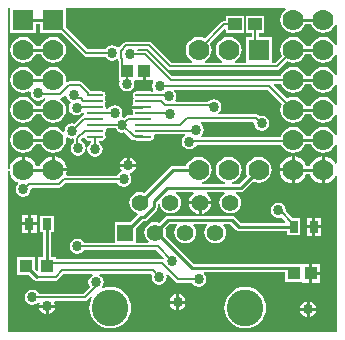
<source format=gtl>
G04*
G04 #@! TF.GenerationSoftware,Altium Limited,Altium Designer,20.1.12 (249)*
G04*
G04 Layer_Physical_Order=1*
G04 Layer_Color=255*
%FSLAX25Y25*%
%MOIN*%
G70*
G04*
G04 #@! TF.SameCoordinates,D8CEFF92-047C-410D-934D-B173C227594B*
G04*
G04*
G04 #@! TF.FilePolarity,Positive*
G04*
G01*
G75*
%ADD10C,0.01000*%
%ADD27O,0.05512X0.00984*%
%ADD28R,0.04528X0.04134*%
%ADD29R,0.02559X0.04134*%
%ADD30R,0.03937X0.04331*%
%ADD31R,0.04331X0.04331*%
%ADD32R,0.03150X0.03937*%
%ADD33C,0.00800*%
%ADD34C,0.07000*%
%ADD35R,0.07000X0.07000*%
%ADD36R,0.05512X0.05512*%
%ADD37C,0.05512*%
%ADD38C,0.12205*%
%ADD39R,0.07000X0.07000*%
%ADD40C,0.03400*%
G36*
X92998Y179000D02*
X92433Y178567D01*
X91744Y177669D01*
X91311Y176622D01*
X91163Y175500D01*
X91311Y174378D01*
X91744Y173331D01*
X92433Y172433D01*
X93331Y171744D01*
X94377Y171311D01*
X95500Y171163D01*
X96623Y171311D01*
X97669Y171744D01*
X98567Y172433D01*
X99256Y173331D01*
X99589Y174135D01*
X101411D01*
X101744Y173331D01*
X102433Y172433D01*
X103331Y171744D01*
X104377Y171311D01*
X105500Y171163D01*
X106623Y171311D01*
X107669Y171744D01*
X108567Y172433D01*
X109256Y173331D01*
X109500Y173920D01*
X110000Y173821D01*
Y167179D01*
X109500Y167080D01*
X109256Y167669D01*
X108567Y168567D01*
X107669Y169256D01*
X106623Y169689D01*
X105500Y169837D01*
X104377Y169689D01*
X103331Y169256D01*
X102433Y168567D01*
X101744Y167669D01*
X101379Y166786D01*
X99621D01*
X99256Y167669D01*
X98567Y168567D01*
X97669Y169256D01*
X96623Y169689D01*
X95500Y169837D01*
X94377Y169689D01*
X93331Y169256D01*
X92433Y168567D01*
X91744Y167669D01*
X91311Y166622D01*
X91163Y165500D01*
X91311Y164377D01*
X91702Y163432D01*
X89493Y161223D01*
X88300D01*
Y169800D01*
X84070D01*
Y171133D01*
X85910D01*
Y176867D01*
X79783D01*
Y171133D01*
X81623D01*
Y169800D01*
X79700D01*
Y161223D01*
X76219D01*
X76119Y161723D01*
X76169Y161744D01*
X77067Y162433D01*
X77756Y163331D01*
X78189Y164377D01*
X78337Y165500D01*
X78189Y166622D01*
X77756Y167669D01*
X77067Y168567D01*
X76169Y169256D01*
X75122Y169689D01*
X74000Y169837D01*
X72878Y169689D01*
X71831Y169256D01*
X70933Y168567D01*
X70244Y167669D01*
X69811Y166622D01*
X69663Y165500D01*
X69811Y164377D01*
X70244Y163331D01*
X70933Y162433D01*
X71831Y161744D01*
X71881Y161723D01*
X71781Y161223D01*
X66219D01*
X66119Y161723D01*
X66169Y161744D01*
X67067Y162433D01*
X67756Y163331D01*
X68189Y164377D01*
X68337Y165500D01*
X68189Y166622D01*
X67798Y167568D01*
X72590Y172359D01*
X73090Y172152D01*
Y171133D01*
X79217D01*
Y176867D01*
X73090D01*
Y175224D01*
X72500D01*
X72032Y175130D01*
X71635Y174865D01*
X66068Y169298D01*
X65122Y169689D01*
X64000Y169837D01*
X62878Y169689D01*
X61831Y169256D01*
X60933Y168567D01*
X60244Y167669D01*
X59811Y166622D01*
X59663Y165500D01*
X59811Y164377D01*
X60244Y163331D01*
X60933Y162433D01*
X61831Y161744D01*
X61881Y161723D01*
X61781Y161223D01*
X55007D01*
X48365Y167865D01*
X47968Y168130D01*
X47500Y168224D01*
X39899D01*
X39431Y168130D01*
X39034Y167865D01*
X37551Y166382D01*
X37002Y166302D01*
X36176Y166855D01*
X35200Y167049D01*
X34225Y166855D01*
X33398Y166302D01*
X33011Y165724D01*
X27007D01*
X19800Y172930D01*
Y179500D01*
X92828D01*
X92998Y179000D01*
D02*
G37*
G36*
X53635Y159135D02*
X54032Y158870D01*
X54500Y158776D01*
X90000D01*
X90468Y158870D01*
X90865Y159135D01*
X93432Y161702D01*
X94377Y161311D01*
X95500Y161163D01*
X96623Y161311D01*
X97669Y161744D01*
X98567Y162433D01*
X99256Y163331D01*
X99589Y164136D01*
X101411D01*
X101744Y163331D01*
X102433Y162433D01*
X103331Y161744D01*
X104377Y161311D01*
X105500Y161163D01*
X106623Y161311D01*
X107669Y161744D01*
X108567Y162433D01*
X109256Y163331D01*
X109500Y163920D01*
X110000Y163821D01*
Y157179D01*
X109500Y157080D01*
X109256Y157669D01*
X108567Y158567D01*
X107669Y159256D01*
X106623Y159689D01*
X105500Y159837D01*
X104377Y159689D01*
X103331Y159256D01*
X102433Y158567D01*
X101744Y157669D01*
X101379Y156786D01*
X99621D01*
X99256Y157669D01*
X98567Y158567D01*
X97669Y159256D01*
X96623Y159689D01*
X95500Y159837D01*
X94377Y159689D01*
X93331Y159256D01*
X92433Y158567D01*
X91744Y157669D01*
X91352Y156723D01*
X55192D01*
X47050Y164865D01*
X46654Y165130D01*
X46185Y165224D01*
X43621D01*
X43590Y165277D01*
X43873Y165777D01*
X46993D01*
X53635Y159135D01*
D02*
G37*
G36*
X1200Y171200D02*
X9800D01*
Y174174D01*
X11200D01*
Y171200D01*
X18070D01*
X25635Y163635D01*
X26032Y163370D01*
X26500Y163277D01*
X33011D01*
X33398Y162698D01*
X34225Y162145D01*
X35200Y161951D01*
X36176Y162145D01*
X36651Y162463D01*
X36970Y162331D01*
X37235Y161934D01*
X37354Y161815D01*
Y160069D01*
X37377Y159950D01*
Y155535D01*
X37377D01*
X37617Y155035D01*
X37451Y154200D01*
X37645Y153225D01*
X38198Y152398D01*
X39024Y151845D01*
X40000Y151651D01*
X40975Y151845D01*
X41802Y152398D01*
X42355Y153225D01*
X42549Y154200D01*
X42383Y155035D01*
X42457Y155163D01*
X42886Y155335D01*
X42886Y155335D01*
X42886Y155335D01*
X45354D01*
Y158500D01*
X46354D01*
Y155335D01*
X48618D01*
X48909Y154870D01*
X48645Y154475D01*
X48451Y153500D01*
X48645Y152524D01*
X48824Y152257D01*
X48634Y151729D01*
X48339Y151607D01*
X47835Y151707D01*
X43307D01*
X42803Y151607D01*
X42375Y151321D01*
X42090Y150894D01*
X41990Y150390D01*
X42090Y149886D01*
X42375Y149458D01*
Y149353D01*
X42090Y148925D01*
X41990Y148421D01*
X42090Y147917D01*
X42258Y147665D01*
X42231Y147529D01*
X41901Y147035D01*
X41885Y146953D01*
X45571D01*
Y145953D01*
X41885D01*
X41901Y145871D01*
X42231Y145377D01*
X42258Y145241D01*
X42090Y144988D01*
X41990Y144484D01*
X42038Y144239D01*
X41695Y143739D01*
X40586D01*
X40117Y143646D01*
X39720Y143381D01*
X39241Y142902D01*
X38622Y143025D01*
X38329Y143486D01*
X38355Y143525D01*
X38549Y144500D01*
X38355Y145475D01*
X37802Y146302D01*
X36975Y146855D01*
X36000Y147049D01*
X35024Y146855D01*
X34198Y146302D01*
X33800Y145708D01*
X33305D01*
X32962Y146208D01*
X33010Y146453D01*
X32910Y146957D01*
X32625Y147384D01*
Y147490D01*
X32910Y147917D01*
X33010Y148421D01*
X32910Y148925D01*
X32625Y149353D01*
Y149458D01*
X32910Y149886D01*
X33010Y150390D01*
X32910Y150894D01*
X32625Y151321D01*
X32197Y151607D01*
X31693Y151707D01*
X28081D01*
X27995Y151835D01*
X25165Y154665D01*
X24768Y154930D01*
X24300Y155024D01*
X20901D01*
X20433Y154930D01*
X20250Y154808D01*
X19784Y155098D01*
X19837Y155500D01*
X19689Y156623D01*
X19256Y157669D01*
X18567Y158567D01*
X17669Y159256D01*
X16623Y159689D01*
X15500Y159837D01*
X14378Y159689D01*
X13331Y159256D01*
X12433Y158567D01*
X11744Y157669D01*
X11395Y156825D01*
X9605D01*
X9256Y157669D01*
X8567Y158567D01*
X7669Y159256D01*
X6622Y159689D01*
X5500Y159837D01*
X4377Y159689D01*
X3331Y159256D01*
X2433Y158567D01*
X1744Y157669D01*
X1311Y156623D01*
X1163Y155500D01*
X1311Y154377D01*
X1744Y153331D01*
X2433Y152433D01*
X3331Y151744D01*
X4377Y151311D01*
X5500Y151163D01*
X6622Y151311D01*
X7582Y151708D01*
X7846Y151570D01*
X8029Y151390D01*
X7951Y151000D01*
X8145Y150024D01*
X8698Y149198D01*
X9525Y148645D01*
X10500Y148451D01*
X11475Y148645D01*
X12302Y149198D01*
X12455Y149426D01*
X12711Y149410D01*
X12867Y148899D01*
X12433Y148567D01*
X11744Y147669D01*
X11395Y146826D01*
X9605D01*
X9256Y147669D01*
X8567Y148567D01*
X7669Y149256D01*
X6622Y149689D01*
X5500Y149837D01*
X4377Y149689D01*
X3331Y149256D01*
X2433Y148567D01*
X1744Y147669D01*
X1311Y146623D01*
X1163Y145500D01*
X1311Y144378D01*
X1744Y143331D01*
X2433Y142433D01*
X3331Y141744D01*
X4377Y141311D01*
X5500Y141163D01*
X6622Y141311D01*
X7669Y141744D01*
X8567Y142433D01*
X9256Y143331D01*
X9605Y144175D01*
X11395D01*
X11744Y143331D01*
X12433Y142433D01*
X13331Y141744D01*
X14378Y141311D01*
X15500Y141163D01*
X16623Y141311D01*
X17669Y141744D01*
X18567Y142433D01*
X19256Y143331D01*
X19689Y144378D01*
X19837Y145500D01*
X19689Y146623D01*
X19256Y147669D01*
X18567Y148567D01*
X17902Y149077D01*
X17902Y149247D01*
X18037Y149603D01*
X18369Y149670D01*
X18766Y149935D01*
X19273Y150441D01*
X19815Y150277D01*
X19945Y149625D01*
X20498Y148798D01*
X21120Y148382D01*
X21319Y148206D01*
X21252Y147750D01*
X20917Y147247D01*
X20723Y146272D01*
X20917Y145296D01*
X21469Y144469D01*
X22296Y143917D01*
X23272Y143723D01*
X24247Y143917D01*
X25074Y144469D01*
X25337Y144863D01*
X25421Y144849D01*
X25848Y144484D01*
X25897Y144239D01*
X25888Y144168D01*
X25612Y143731D01*
X25546Y143682D01*
X25366Y143646D01*
X24969Y143381D01*
X22501Y140913D01*
X21818Y141049D01*
X20843Y140855D01*
X20016Y140302D01*
X19464Y139476D01*
X19270Y138500D01*
X19277Y138463D01*
X18809Y138251D01*
X18567Y138567D01*
X17669Y139256D01*
X16623Y139689D01*
X15500Y139837D01*
X14378Y139689D01*
X13331Y139256D01*
X12433Y138567D01*
X11744Y137669D01*
X11395Y136826D01*
X9605D01*
X9256Y137669D01*
X8567Y138567D01*
X7669Y139256D01*
X6622Y139689D01*
X5500Y139837D01*
X4377Y139689D01*
X3331Y139256D01*
X2433Y138567D01*
X1744Y137669D01*
X1311Y136623D01*
X1163Y135500D01*
X1311Y134378D01*
X1744Y133331D01*
X2433Y132433D01*
X3331Y131744D01*
X4377Y131311D01*
X5500Y131163D01*
X6622Y131311D01*
X7669Y131744D01*
X8567Y132433D01*
X9256Y133331D01*
X9605Y134175D01*
X11395D01*
X11744Y133331D01*
X12433Y132433D01*
X13331Y131744D01*
X14378Y131311D01*
X15500Y131163D01*
X16623Y131311D01*
X17669Y131744D01*
X18567Y132433D01*
X19256Y133331D01*
X19689Y134378D01*
X19837Y135500D01*
X19733Y136290D01*
X20200Y136575D01*
X20843Y136145D01*
X21818Y135951D01*
X21890Y135965D01*
X22276Y135648D01*
Y134775D01*
X22051Y134625D01*
X21499Y133798D01*
X21305Y132823D01*
X21499Y131847D01*
X22051Y131020D01*
X22878Y130467D01*
X23854Y130273D01*
X24829Y130467D01*
X25656Y131020D01*
X26208Y131847D01*
X26403Y132823D01*
X26208Y133798D01*
X25656Y134625D01*
X24885Y135140D01*
X24833Y135467D01*
X24836Y135686D01*
X25408Y136258D01*
X25948Y136106D01*
X25954Y136097D01*
X26234Y135679D01*
X26661Y135393D01*
X27165Y135293D01*
X28233D01*
Y134646D01*
X27654Y134259D01*
X27102Y133432D01*
X26908Y132457D01*
X27102Y131481D01*
X27654Y130655D01*
X28481Y130102D01*
X29457Y129908D01*
X30432Y130102D01*
X31259Y130655D01*
X31812Y131481D01*
X32006Y132457D01*
X31812Y133432D01*
X31259Y134259D01*
X30680Y134646D01*
Y135293D01*
X31693D01*
X32197Y135393D01*
X32625Y135679D01*
X32910Y136106D01*
X33010Y136610D01*
X32910Y137114D01*
X32625Y137542D01*
Y137647D01*
X32910Y138075D01*
X33010Y138579D01*
X32966Y138800D01*
X33321Y139300D01*
X36295D01*
X36698Y138698D01*
X37525Y138145D01*
X38500Y137951D01*
X39183Y138087D01*
X41489Y135780D01*
X41886Y135515D01*
X42355Y135422D01*
X42760D01*
X42803Y135393D01*
X43307Y135293D01*
X47835D01*
X48339Y135393D01*
X48766Y135679D01*
X49052Y136106D01*
X49152Y136610D01*
X49103Y136855D01*
X49446Y137355D01*
X59261D01*
X59412Y136855D01*
X59114Y136656D01*
X58561Y135829D01*
X58367Y134853D01*
X58561Y133878D01*
X59114Y133051D01*
X59941Y132498D01*
X60916Y132304D01*
X61892Y132498D01*
X62719Y133051D01*
X63271Y133878D01*
X63286Y133953D01*
X91486D01*
X91744Y133331D01*
X92433Y132433D01*
X93331Y131744D01*
X94377Y131311D01*
X95500Y131163D01*
X96623Y131311D01*
X97669Y131744D01*
X98567Y132433D01*
X99256Y133331D01*
X99589Y134135D01*
X101411D01*
X101744Y133331D01*
X102433Y132433D01*
X103331Y131744D01*
X104377Y131311D01*
X105500Y131163D01*
X106623Y131311D01*
X107669Y131744D01*
X108567Y132433D01*
X109256Y133331D01*
X109500Y133920D01*
X110000Y133821D01*
Y127702D01*
X109500Y127602D01*
X109431Y127769D01*
X108709Y128709D01*
X107769Y129431D01*
X106675Y129884D01*
X106000Y129973D01*
Y125500D01*
Y121027D01*
X106675Y121116D01*
X107769Y121569D01*
X108709Y122291D01*
X109431Y123231D01*
X109500Y123398D01*
X110000Y123298D01*
Y71500D01*
X500D01*
Y125172D01*
X1000Y125205D01*
X1116Y124325D01*
X1569Y123231D01*
X2291Y122291D01*
X3231Y121569D01*
X3737Y121359D01*
X3786Y120862D01*
X3698Y120802D01*
X3145Y119975D01*
X2951Y119000D01*
X3145Y118025D01*
X3698Y117198D01*
X4524Y116645D01*
X5500Y116451D01*
X6475Y116645D01*
X7302Y117198D01*
X7855Y118025D01*
X8049Y119000D01*
X8011Y119190D01*
X8328Y119577D01*
X17447D01*
X17915Y119670D01*
X18312Y119935D01*
X19530Y121153D01*
X36811D01*
X37198Y120574D01*
X38025Y120021D01*
X39000Y119827D01*
X39976Y120021D01*
X40802Y120574D01*
X41355Y121401D01*
X41549Y122376D01*
X41355Y123352D01*
X41027Y123842D01*
X41181Y124300D01*
X41261Y124393D01*
X41862Y124642D01*
X42426Y125074D01*
X42858Y125638D01*
X43130Y126295D01*
X43158Y126500D01*
X37843D01*
X37870Y126295D01*
X38142Y125638D01*
X38391Y125314D01*
X38188Y124764D01*
X38025Y124731D01*
X37198Y124179D01*
X36811Y123600D01*
X20034D01*
X19756Y124015D01*
X19884Y124325D01*
X19973Y125000D01*
X15500D01*
Y125500D01*
X15000D01*
Y129973D01*
X14325Y129884D01*
X13231Y129431D01*
X12291Y128709D01*
X11569Y127769D01*
X11178Y126825D01*
X9822D01*
X9431Y127769D01*
X8709Y128709D01*
X7769Y129431D01*
X6675Y129884D01*
X6000Y129973D01*
Y125500D01*
X5000D01*
Y129973D01*
X4325Y129884D01*
X3231Y129431D01*
X2291Y128709D01*
X1569Y127769D01*
X1116Y126675D01*
X1000Y125795D01*
X500Y125828D01*
Y179500D01*
X1200D01*
Y171200D01*
D02*
G37*
G36*
X91744Y153331D02*
X92433Y152433D01*
X93331Y151744D01*
X94377Y151311D01*
X95500Y151163D01*
X96623Y151311D01*
X97669Y151744D01*
X98567Y152433D01*
X99256Y153331D01*
X99589Y154136D01*
X101411D01*
X101744Y153331D01*
X102433Y152433D01*
X103331Y151744D01*
X104377Y151311D01*
X105500Y151163D01*
X106623Y151311D01*
X107669Y151744D01*
X108567Y152433D01*
X109256Y153331D01*
X109500Y153920D01*
X110000Y153821D01*
Y147179D01*
X109500Y147080D01*
X109256Y147669D01*
X108567Y148567D01*
X107669Y149256D01*
X106623Y149689D01*
X105500Y149837D01*
X104377Y149689D01*
X103331Y149256D01*
X102433Y148567D01*
X101744Y147669D01*
X101379Y146786D01*
X99621D01*
X99256Y147669D01*
X98567Y148567D01*
X97669Y149256D01*
X96623Y149689D01*
X95500Y149837D01*
X94377Y149689D01*
X93432Y149298D01*
X88916Y153815D01*
X89107Y154277D01*
X91352D01*
X91744Y153331D01*
D02*
G37*
G36*
X91702Y147568D02*
X91311Y146623D01*
X91163Y145500D01*
X91311Y144378D01*
X91744Y143331D01*
X92433Y142433D01*
X93331Y141744D01*
X94377Y141311D01*
X95500Y141163D01*
X96623Y141311D01*
X97669Y141744D01*
X98567Y142433D01*
X99256Y143331D01*
X99589Y144135D01*
X101411D01*
X101744Y143331D01*
X102433Y142433D01*
X103331Y141744D01*
X104377Y141311D01*
X105500Y141163D01*
X106623Y141311D01*
X107669Y141744D01*
X108567Y142433D01*
X109256Y143331D01*
X109500Y143920D01*
X110000Y143821D01*
Y137179D01*
X109500Y137080D01*
X109256Y137669D01*
X108567Y138567D01*
X107669Y139256D01*
X106623Y139689D01*
X105500Y139837D01*
X104377Y139689D01*
X103331Y139256D01*
X102433Y138567D01*
X101744Y137669D01*
X101379Y136786D01*
X99621D01*
X99256Y137669D01*
X98567Y138567D01*
X97669Y139256D01*
X96623Y139689D01*
X95500Y139837D01*
X94377Y139689D01*
X93331Y139256D01*
X92433Y138567D01*
X91744Y137669D01*
X91311Y136623D01*
X91281Y136400D01*
X64859D01*
X64707Y136900D01*
X65002Y137098D01*
X65555Y137925D01*
X65749Y138900D01*
X65555Y139875D01*
X65002Y140702D01*
X64442Y141077D01*
X64594Y141577D01*
X82172D01*
X82489Y141190D01*
X82451Y141000D01*
X82645Y140024D01*
X83198Y139198D01*
X84025Y138645D01*
X85000Y138451D01*
X85975Y138645D01*
X86802Y139198D01*
X87355Y140024D01*
X87549Y141000D01*
X87355Y141975D01*
X86802Y142802D01*
X85975Y143355D01*
X85000Y143549D01*
X84317Y143413D01*
X84065Y143665D01*
X83668Y143930D01*
X83200Y144024D01*
X70693D01*
X70542Y144524D01*
X70802Y144698D01*
X71355Y145525D01*
X71549Y146500D01*
X71355Y147476D01*
X70802Y148302D01*
X69976Y148855D01*
X69000Y149049D01*
X68024Y148855D01*
X67198Y148302D01*
X67145Y148223D01*
X56350D01*
X56114Y148664D01*
X56355Y149024D01*
X56549Y150000D01*
X56355Y150976D01*
X55820Y151777D01*
X55876Y152044D01*
X55946Y152277D01*
X86993D01*
X91702Y147568D01*
D02*
G37*
%LPC*%
G36*
X15500Y169837D02*
X14378Y169689D01*
X13331Y169256D01*
X12433Y168567D01*
X11744Y167669D01*
X11395Y166825D01*
X9605D01*
X9256Y167669D01*
X8567Y168567D01*
X7669Y169256D01*
X6622Y169689D01*
X5500Y169837D01*
X4377Y169689D01*
X3331Y169256D01*
X2433Y168567D01*
X1744Y167669D01*
X1311Y166622D01*
X1163Y165500D01*
X1311Y164377D01*
X1744Y163331D01*
X2433Y162433D01*
X3331Y161744D01*
X4377Y161311D01*
X5500Y161163D01*
X6622Y161311D01*
X7669Y161744D01*
X8567Y162433D01*
X9256Y163331D01*
X9605Y164174D01*
X11395D01*
X11744Y163331D01*
X12433Y162433D01*
X13331Y161744D01*
X14378Y161311D01*
X15500Y161163D01*
X16623Y161311D01*
X17669Y161744D01*
X18567Y162433D01*
X19256Y163331D01*
X19689Y164377D01*
X19837Y165500D01*
X19689Y166622D01*
X19256Y167669D01*
X18567Y168567D01*
X17669Y169256D01*
X16623Y169689D01*
X15500Y169837D01*
D02*
G37*
G36*
X41000Y129657D02*
Y127500D01*
X43158D01*
X43130Y127705D01*
X42858Y128362D01*
X42426Y128926D01*
X41862Y129358D01*
X41205Y129630D01*
X41000Y129657D01*
D02*
G37*
G36*
X40000D02*
X39795Y129630D01*
X39138Y129358D01*
X38574Y128926D01*
X38142Y128362D01*
X37870Y127705D01*
X37843Y127500D01*
X40000D01*
Y129657D01*
D02*
G37*
G36*
X105000Y129973D02*
X104325Y129884D01*
X103231Y129431D01*
X102291Y128709D01*
X101569Y127769D01*
X101162Y126786D01*
X99838D01*
X99431Y127769D01*
X98709Y128709D01*
X97769Y129431D01*
X96675Y129884D01*
X96000Y129973D01*
Y125500D01*
Y121027D01*
X96675Y121116D01*
X97769Y121569D01*
X98709Y122291D01*
X99431Y123231D01*
X99806Y124135D01*
X101194D01*
X101569Y123231D01*
X102291Y122291D01*
X103231Y121569D01*
X104325Y121116D01*
X105000Y121027D01*
Y125500D01*
Y129973D01*
D02*
G37*
G36*
X95000D02*
X94325Y129884D01*
X93231Y129431D01*
X92291Y128709D01*
X91569Y127769D01*
X91116Y126675D01*
X91027Y126000D01*
X95000D01*
Y129973D01*
D02*
G37*
G36*
X16000D02*
Y126000D01*
X19973D01*
X19884Y126675D01*
X19431Y127769D01*
X18709Y128709D01*
X17769Y129431D01*
X16675Y129884D01*
X16000Y129973D01*
D02*
G37*
G36*
X95000Y125000D02*
X91027D01*
X91116Y124325D01*
X91569Y123231D01*
X92291Y122291D01*
X93231Y121569D01*
X94325Y121116D01*
X95000Y121027D01*
Y125000D01*
D02*
G37*
G36*
X84000Y129837D02*
X82877Y129689D01*
X81831Y129256D01*
X80933Y128567D01*
X80244Y127669D01*
X79811Y126622D01*
X79663Y125500D01*
X79811Y124378D01*
X80160Y123534D01*
X77451Y120826D01*
X75206D01*
X75122Y121311D01*
X76169Y121744D01*
X77067Y122433D01*
X77756Y123331D01*
X78189Y124378D01*
X78337Y125500D01*
X78189Y126622D01*
X77756Y127669D01*
X77067Y128567D01*
X76169Y129256D01*
X75122Y129689D01*
X74000Y129837D01*
X72878Y129689D01*
X71831Y129256D01*
X70933Y128567D01*
X70244Y127669D01*
X69811Y126622D01*
X69663Y125500D01*
X69811Y124378D01*
X70244Y123331D01*
X70933Y122433D01*
X71831Y121744D01*
X72878Y121311D01*
X72794Y120826D01*
X65206D01*
X65122Y121311D01*
X66169Y121744D01*
X67067Y122433D01*
X67756Y123331D01*
X68189Y124378D01*
X68337Y125500D01*
X68189Y126622D01*
X67756Y127669D01*
X67067Y128567D01*
X66169Y129256D01*
X65122Y129689D01*
X64000Y129837D01*
X62878Y129689D01*
X61831Y129256D01*
X60933Y128567D01*
X60244Y127669D01*
X59895Y126825D01*
X55409D01*
X54902Y126725D01*
X54472Y126437D01*
X45896Y117861D01*
X45428Y118055D01*
X44500Y118177D01*
X43572Y118055D01*
X42707Y117697D01*
X41964Y117127D01*
X41394Y116384D01*
X41036Y115519D01*
X40913Y114591D01*
X41036Y113662D01*
X41394Y112797D01*
X41964Y112054D01*
X42707Y111485D01*
X43507Y111153D01*
X43515Y111143D01*
X43603Y110915D01*
X43647Y110612D01*
X41181Y108147D01*
X35944D01*
Y101224D01*
X25689D01*
X25302Y101802D01*
X24475Y102355D01*
X23500Y102549D01*
X22524Y102355D01*
X21698Y101802D01*
X21145Y100976D01*
X20951Y100000D01*
X21145Y99024D01*
X21698Y98198D01*
X22524Y97645D01*
X23500Y97451D01*
X24475Y97645D01*
X25302Y98198D01*
X25689Y98777D01*
X49827D01*
X52369Y96235D01*
X52248Y95649D01*
X52201Y95630D01*
X51733Y95723D01*
X16509D01*
Y96465D01*
X14778D01*
Y104732D01*
X15827D01*
Y110268D01*
X11078D01*
Y104732D01*
X12127D01*
Y96465D01*
X10578D01*
Y91906D01*
X10116Y91715D01*
X9422Y92409D01*
Y96465D01*
X3491D01*
Y90535D01*
X7547D01*
X9185Y88897D01*
X9615Y88610D01*
X10122Y88509D01*
X10629Y88610D01*
X10631Y88611D01*
X16335D01*
X16803Y88704D01*
X17200Y88969D01*
X19007Y90776D01*
X28576D01*
X28707Y90276D01*
X27998Y89802D01*
X27445Y88976D01*
X27251Y88000D01*
X27445Y87024D01*
X27785Y86515D01*
X25493Y84224D01*
X10689D01*
X10302Y84802D01*
X9475Y85355D01*
X8500Y85549D01*
X7525Y85355D01*
X6698Y84802D01*
X6145Y83975D01*
X5951Y83000D01*
X6145Y82025D01*
X6698Y81198D01*
X7525Y80645D01*
X8500Y80451D01*
X9475Y80645D01*
X10302Y81198D01*
X10487Y81473D01*
X10640Y81458D01*
X10960Y80923D01*
X10870Y80705D01*
X10842Y80500D01*
X16158D01*
X16130Y80705D01*
X15894Y81277D01*
X16097Y81776D01*
X26000D01*
X26468Y81870D01*
X26865Y82135D01*
X28157Y83427D01*
X28563Y83126D01*
X28092Y82245D01*
X27698Y80944D01*
X27564Y79590D01*
X27698Y78237D01*
X28092Y76936D01*
X28733Y75737D01*
X29596Y74686D01*
X30647Y73824D01*
X31846Y73183D01*
X33147Y72788D01*
X34500Y72655D01*
X35853Y72788D01*
X37154Y73183D01*
X38353Y73824D01*
X39404Y74686D01*
X40267Y75737D01*
X40908Y76936D01*
X41302Y78237D01*
X41436Y79590D01*
X41302Y80944D01*
X40908Y82245D01*
X40267Y83444D01*
X39404Y84495D01*
X38353Y85357D01*
X37154Y85998D01*
X35853Y86393D01*
X34500Y86526D01*
X33147Y86393D01*
X32128Y86084D01*
X31811Y86510D01*
X32155Y87024D01*
X32349Y88000D01*
X32155Y88976D01*
X31602Y89802D01*
X30893Y90276D01*
X31024Y90776D01*
X48039D01*
X48393Y90372D01*
X48286Y89835D01*
X48480Y88859D01*
X49032Y88032D01*
X49859Y87480D01*
X50835Y87286D01*
X51810Y87480D01*
X52637Y88032D01*
X53190Y88859D01*
X53384Y89835D01*
X53240Y90555D01*
X53701Y90801D01*
X56367Y88135D01*
X56764Y87870D01*
X57233Y87776D01*
X61811D01*
X62198Y87198D01*
X63024Y86645D01*
X64000Y86451D01*
X64976Y86645D01*
X65802Y87198D01*
X66355Y88024D01*
X66549Y89000D01*
X66355Y89976D01*
X65802Y90802D01*
X65714Y90861D01*
X65859Y91340D01*
X92877D01*
Y88035D01*
X98386D01*
Y87835D01*
X100854D01*
Y91000D01*
Y94165D01*
X98386D01*
Y93965D01*
X94305D01*
X94177Y93991D01*
X62460D01*
X52913Y103538D01*
X52964Y103662D01*
X53087Y104591D01*
X52964Y105519D01*
X52771Y105987D01*
X54305Y107521D01*
X56723D01*
X56883Y107021D01*
X56394Y106384D01*
X56036Y105519D01*
X55913Y104591D01*
X56036Y103662D01*
X56394Y102797D01*
X56964Y102054D01*
X57707Y101485D01*
X58572Y101126D01*
X59500Y101004D01*
X60428Y101126D01*
X61293Y101485D01*
X62036Y102054D01*
X62606Y102797D01*
X62964Y103662D01*
X63087Y104591D01*
X62964Y105519D01*
X62606Y106384D01*
X62117Y107021D01*
X62277Y107521D01*
X66723D01*
X66883Y107021D01*
X66394Y106384D01*
X66036Y105519D01*
X65913Y104591D01*
X66036Y103662D01*
X66394Y102797D01*
X66964Y102054D01*
X67707Y101485D01*
X68572Y101126D01*
X69500Y101004D01*
X70428Y101126D01*
X71293Y101485D01*
X72036Y102054D01*
X72606Y102797D01*
X72964Y103662D01*
X73087Y104591D01*
X72964Y105519D01*
X72606Y106384D01*
X72117Y107021D01*
X72277Y107521D01*
X74583D01*
X76542Y105563D01*
X76972Y105275D01*
X77479Y105175D01*
X93574D01*
Y103633D01*
X97733D01*
Y109367D01*
X95304D01*
X92986Y111685D01*
X93049Y112000D01*
X92855Y112976D01*
X92302Y113802D01*
X91475Y114355D01*
X90500Y114549D01*
X89525Y114355D01*
X88698Y113802D01*
X88145Y112976D01*
X87951Y112000D01*
X88145Y111024D01*
X88698Y110198D01*
X89525Y109645D01*
X90500Y109451D01*
X91475Y109645D01*
X91530Y109681D01*
X92923Y108287D01*
X92732Y107826D01*
X78028D01*
X76070Y109784D01*
X75640Y110071D01*
X75132Y110172D01*
X53756D01*
X53249Y110071D01*
X52819Y109784D01*
X50896Y107861D01*
X50428Y108055D01*
X49500Y108177D01*
X48572Y108055D01*
X47707Y107697D01*
X46964Y107127D01*
X46394Y106384D01*
X46036Y105519D01*
X45913Y104591D01*
X46036Y103662D01*
X46394Y102797D01*
X46964Y102054D01*
X47395Y101724D01*
X47225Y101224D01*
X43056D01*
Y106272D01*
X45296Y108512D01*
X45765D01*
X46273Y108613D01*
X46703Y108900D01*
X49937Y112135D01*
X50225Y112565D01*
X50326Y113072D01*
Y114208D01*
X50450Y114284D01*
X50988Y114026D01*
X51036Y113662D01*
X51394Y112797D01*
X51964Y112054D01*
X52707Y111485D01*
X53572Y111126D01*
X54500Y111004D01*
X55428Y111126D01*
X56293Y111485D01*
X57036Y112054D01*
X57606Y112797D01*
X57964Y113662D01*
X58087Y114591D01*
X57964Y115519D01*
X57606Y116384D01*
X57036Y117127D01*
X56322Y117675D01*
X56319Y117727D01*
X56560Y118175D01*
X62180D01*
X62349Y117675D01*
X61821Y117269D01*
X61219Y116485D01*
X60841Y115571D01*
X60777Y115091D01*
X68222D01*
X68159Y115571D01*
X67781Y116485D01*
X67179Y117269D01*
X66651Y117675D01*
X66820Y118175D01*
X72440D01*
X72681Y117727D01*
X72678Y117675D01*
X71964Y117127D01*
X71394Y116384D01*
X71036Y115519D01*
X70913Y114591D01*
X71036Y113662D01*
X71394Y112797D01*
X71964Y112054D01*
X72707Y111485D01*
X73572Y111126D01*
X74500Y111004D01*
X75428Y111126D01*
X76293Y111485D01*
X77036Y112054D01*
X77606Y112797D01*
X77964Y113662D01*
X78087Y114591D01*
X77964Y115519D01*
X77606Y116384D01*
X77036Y117127D01*
X76322Y117675D01*
X76319Y117727D01*
X76560Y118175D01*
X78000D01*
X78507Y118275D01*
X78937Y118563D01*
X82034Y121660D01*
X82877Y121311D01*
X84000Y121163D01*
X85123Y121311D01*
X86169Y121744D01*
X87067Y122433D01*
X87756Y123331D01*
X88189Y124378D01*
X88337Y125500D01*
X88189Y126622D01*
X87756Y127669D01*
X87067Y128567D01*
X86169Y129256D01*
X85123Y129689D01*
X84000Y129837D01*
D02*
G37*
G36*
X68222Y114091D02*
X65000D01*
Y110868D01*
X65481Y110931D01*
X66394Y111310D01*
X67179Y111912D01*
X67781Y112696D01*
X68159Y113610D01*
X68222Y114091D01*
D02*
G37*
G36*
X64000D02*
X60777D01*
X60841Y113610D01*
X61219Y112696D01*
X61821Y111912D01*
X62606Y111310D01*
X63520Y110931D01*
X64000Y110868D01*
Y114091D01*
D02*
G37*
G36*
X10122Y110468D02*
X8047D01*
Y108000D01*
X10122D01*
Y110468D01*
D02*
G37*
G36*
X7047D02*
X4972D01*
Y108000D01*
X7047D01*
Y110468D01*
D02*
G37*
G36*
X104626Y109567D02*
X102847D01*
Y107000D01*
X104626D01*
Y109567D01*
D02*
G37*
G36*
X101847D02*
X100067D01*
Y107000D01*
X101847D01*
Y109567D01*
D02*
G37*
G36*
X10122Y107000D02*
X8047D01*
Y104532D01*
X10122D01*
Y107000D01*
D02*
G37*
G36*
X7047D02*
X4972D01*
Y104532D01*
X7047D01*
Y107000D01*
D02*
G37*
G36*
X104626Y106000D02*
X102847D01*
Y103433D01*
X104626D01*
Y106000D01*
D02*
G37*
G36*
X101847D02*
X100067D01*
Y103433D01*
X101847D01*
Y106000D01*
D02*
G37*
G36*
X104323Y94165D02*
X101854D01*
Y91500D01*
X104323D01*
Y94165D01*
D02*
G37*
G36*
Y90500D02*
X101854D01*
Y87835D01*
X104323D01*
Y90500D01*
D02*
G37*
G36*
X57449Y84107D02*
Y81949D01*
X59607D01*
X59580Y82154D01*
X59308Y82811D01*
X58875Y83375D01*
X58311Y83808D01*
X57654Y84080D01*
X57449Y84107D01*
D02*
G37*
G36*
X56449D02*
X56244Y84080D01*
X55588Y83808D01*
X55024Y83375D01*
X54591Y82811D01*
X54319Y82154D01*
X54292Y81949D01*
X56449D01*
Y84107D01*
D02*
G37*
G36*
X101000Y81657D02*
Y79500D01*
X103157D01*
X103130Y79705D01*
X102858Y80362D01*
X102426Y80926D01*
X101862Y81358D01*
X101205Y81630D01*
X101000Y81657D01*
D02*
G37*
G36*
X100000D02*
X99795Y81630D01*
X99138Y81358D01*
X98574Y80926D01*
X98141Y80362D01*
X97869Y79705D01*
X97843Y79500D01*
X100000D01*
Y81657D01*
D02*
G37*
G36*
X59607Y80949D02*
X57449D01*
Y78792D01*
X57654Y78819D01*
X58311Y79091D01*
X58875Y79524D01*
X59308Y80088D01*
X59580Y80744D01*
X59607Y80949D01*
D02*
G37*
G36*
X56449D02*
X54292D01*
X54319Y80744D01*
X54591Y80088D01*
X55024Y79524D01*
X55588Y79091D01*
X56244Y78819D01*
X56449Y78792D01*
Y80949D01*
D02*
G37*
G36*
X16158Y79500D02*
X14000D01*
Y77342D01*
X14205Y77369D01*
X14862Y77641D01*
X15426Y78074D01*
X15858Y78638D01*
X16130Y79295D01*
X16158Y79500D01*
D02*
G37*
G36*
X13000D02*
X10842D01*
X10870Y79295D01*
X11141Y78638D01*
X11574Y78074D01*
X12138Y77641D01*
X12795Y77369D01*
X13000Y77342D01*
Y79500D01*
D02*
G37*
G36*
X103157Y78500D02*
X101000D01*
Y76342D01*
X101205Y76370D01*
X101862Y76641D01*
X102426Y77074D01*
X102858Y77638D01*
X103130Y78295D01*
X103157Y78500D01*
D02*
G37*
G36*
X100000D02*
X97843D01*
X97869Y78295D01*
X98141Y77638D01*
X98574Y77074D01*
X99138Y76641D01*
X99795Y76370D01*
X100000Y76342D01*
Y78500D01*
D02*
G37*
G36*
X79500Y86526D02*
X78147Y86393D01*
X76846Y85998D01*
X75647Y85357D01*
X74596Y84495D01*
X73733Y83444D01*
X73092Y82245D01*
X72698Y80944D01*
X72564Y79590D01*
X72698Y78237D01*
X73092Y76936D01*
X73733Y75737D01*
X74596Y74686D01*
X75647Y73824D01*
X76846Y73183D01*
X78147Y72788D01*
X79500Y72655D01*
X80853Y72788D01*
X82154Y73183D01*
X83353Y73824D01*
X84404Y74686D01*
X85267Y75737D01*
X85908Y76936D01*
X86303Y78237D01*
X86436Y79590D01*
X86303Y80944D01*
X85908Y82245D01*
X85267Y83444D01*
X84404Y84495D01*
X83353Y85357D01*
X82154Y85998D01*
X80853Y86393D01*
X79500Y86526D01*
D02*
G37*
%LPD*%
D10*
X44500Y114591D02*
X55409Y125500D01*
X64000D01*
X49500Y104591D02*
X49986D01*
X61911Y92665D01*
X94177D01*
X95500Y175461D02*
X105482D01*
X95500Y165461D02*
X105482D01*
X95500Y135461D02*
X105482D01*
X95500Y145461D02*
X105482D01*
X95500Y155461D02*
X105482D01*
X78000Y119500D02*
X84000Y125500D01*
X49000Y115109D02*
X53391Y119500D01*
X78000D01*
X6457Y93500D02*
X10122Y89835D01*
X13453Y93591D02*
Y107500D01*
X39500Y104591D02*
X44747Y109837D01*
X45765D01*
X49000Y113072D01*
Y115109D01*
X95646Y91000D02*
Y91197D01*
X94177Y92665D02*
X95646Y91197D01*
X53756Y108846D02*
X75132D01*
X49500Y104591D02*
X53756Y108846D01*
X77479Y106500D02*
X95653D01*
X75132Y108846D02*
X77479Y106500D01*
X95500Y125461D02*
X105482D01*
X5500Y125500D02*
X15500D01*
X5500Y135500D02*
X15500D01*
X5500Y145500D02*
X15500D01*
X5500Y155500D02*
X15500D01*
X5500Y165500D02*
X15500D01*
X5500Y175500D02*
X15500D01*
D27*
X29429Y150390D02*
D03*
Y148421D02*
D03*
Y146453D02*
D03*
Y144484D02*
D03*
Y142516D02*
D03*
Y140547D02*
D03*
Y138579D02*
D03*
Y136610D02*
D03*
X45571Y150390D02*
D03*
Y148421D02*
D03*
Y146453D02*
D03*
Y144484D02*
D03*
Y142516D02*
D03*
Y140547D02*
D03*
Y138579D02*
D03*
Y136610D02*
D03*
D28*
X76153Y174000D02*
D03*
X82846D02*
D03*
D29*
X95653Y106500D02*
D03*
X102347D02*
D03*
D30*
X95646Y91000D02*
D03*
X101354D02*
D03*
X40146Y158500D02*
D03*
X45854D02*
D03*
D31*
X13543Y93500D02*
D03*
X6457D02*
D03*
D32*
X7547Y107500D02*
D03*
X13453D02*
D03*
D33*
X23547Y149353D02*
X24654D01*
X22300Y150600D02*
X23547Y149353D01*
X17901Y150800D02*
X20901Y153800D01*
X24300D02*
X27130Y150970D01*
X20901Y153800D02*
X24300D01*
X27215Y150390D02*
X29429D01*
X27130Y150475D02*
X27215Y150390D01*
X27130Y150475D02*
Y150970D01*
X24654Y149353D02*
X25585Y148421D01*
X29429D01*
X23272Y146272D02*
X23453Y146453D01*
X48669Y92000D02*
X50835Y89835D01*
X18500Y92000D02*
X48669D01*
X16335Y89835D02*
X18500Y92000D01*
X10122Y89835D02*
X16335D01*
X60100Y142800D02*
X83200D01*
X57847Y140547D02*
X60100Y142800D01*
X83200D02*
X85000Y141000D01*
X63000Y138500D02*
X63200D01*
X45571Y140547D02*
X57847D01*
X62921Y138579D02*
X63000Y138500D01*
X26000Y83000D02*
X29457Y86457D01*
Y86560D01*
X8500Y83000D02*
X26000D01*
X41000Y164000D02*
X46185D01*
X38100Y162799D02*
X38577Y162322D01*
Y160069D02*
Y162322D01*
Y160069D02*
X40146Y158500D01*
X38100Y162799D02*
Y165201D01*
X46185Y164000D02*
X54685Y155500D01*
X7300Y120800D02*
X17447D01*
X19023Y122376D02*
X39000D01*
X17447Y120800D02*
X19023Y122376D01*
X5500Y119000D02*
X7300Y120800D01*
X13453Y93591D02*
X14362Y94500D01*
X51733D01*
X57233Y89000D02*
X64000D01*
X51733Y94500D02*
X57233Y89000D01*
X23500Y100000D02*
X50334D01*
X55167Y95167D01*
X68500Y147000D02*
X69000Y146500D01*
X52899Y147000D02*
X68500D01*
X51477Y148421D02*
X52899Y147000D01*
X54116Y144484D02*
X54500Y144100D01*
X45571Y144484D02*
X54116D01*
X45571Y148421D02*
X51477D01*
X53645Y150355D02*
X54000Y150000D01*
X90500Y112000D02*
X90941D01*
X95653Y106500D02*
Y107287D01*
X90941Y112000D02*
X95653Y107287D01*
X39899Y167000D02*
X47500D01*
X38100Y165201D02*
X39899Y167000D01*
X26500Y164500D02*
X35200D01*
X47500Y167000D02*
X54500Y160000D01*
X90000D01*
X95500Y165500D01*
X95177Y135177D02*
X95500Y135500D01*
X61239Y135177D02*
X95177D01*
X60916Y134853D02*
X61239Y135177D01*
X51000Y153500D02*
X87500D01*
X95500Y145500D01*
X54685Y155500D02*
X95500D01*
X45606Y150355D02*
X53645D01*
X40000Y154000D02*
X40146Y154146D01*
Y158500D01*
X23500Y133176D02*
X23854Y132823D01*
X23500Y133176D02*
Y136080D01*
X21818Y138500D02*
X25834Y142516D01*
X29429D01*
X23500Y136080D02*
X25998Y138579D01*
X29429D01*
X23453Y146453D02*
X29429D01*
X15500Y175500D02*
X26500Y164500D01*
X35984Y144484D02*
X36000Y144500D01*
X29429Y144484D02*
X35984D01*
X10700Y150800D02*
X17901D01*
X10500Y151000D02*
X10700Y150800D01*
X29429Y136610D02*
X29457Y136583D01*
Y132457D02*
Y136583D01*
X45571Y138579D02*
X62921D01*
X82846Y166654D02*
Y174000D01*
Y166654D02*
X84000Y165500D01*
X72500Y174000D02*
X76153D01*
X64000Y165500D02*
X72500Y174000D01*
X45536Y136645D02*
X45571Y136610D01*
X42355Y136645D02*
X45536D01*
X38500Y140500D02*
X42355Y136645D01*
X40586Y142516D02*
X45571D01*
X38570Y140500D02*
X40586Y142516D01*
X38500Y140500D02*
X38570D01*
X29429Y140547D02*
X29453Y140524D01*
X38476D01*
X38500Y140500D01*
X45571Y150390D02*
X45606Y150355D01*
D34*
X95500Y125500D02*
D03*
Y135500D02*
D03*
Y145500D02*
D03*
Y155500D02*
D03*
Y165500D02*
D03*
Y175500D02*
D03*
X5500Y125500D02*
D03*
Y135500D02*
D03*
Y145500D02*
D03*
Y155500D02*
D03*
Y165500D02*
D03*
X105500Y125500D02*
D03*
Y135500D02*
D03*
Y145500D02*
D03*
Y155500D02*
D03*
Y165500D02*
D03*
Y175500D02*
D03*
X15500Y125500D02*
D03*
Y135500D02*
D03*
Y145500D02*
D03*
Y155500D02*
D03*
Y165500D02*
D03*
X74000D02*
D03*
X64000D02*
D03*
X84000Y125500D02*
D03*
X74000D02*
D03*
X64000D02*
D03*
D35*
X5500Y175500D02*
D03*
X15500D02*
D03*
D36*
X39500Y104591D02*
D03*
D37*
X74500Y114591D02*
D03*
X44500D02*
D03*
X69500Y104591D02*
D03*
X49500D02*
D03*
X64500Y114591D02*
D03*
X54500D02*
D03*
X59500Y104591D02*
D03*
D38*
X79500Y79590D02*
D03*
X34500D02*
D03*
D39*
X84000Y165500D02*
D03*
D40*
X22300Y150600D02*
D03*
X23272Y146272D02*
D03*
X29800Y88000D02*
D03*
X63200Y138900D02*
D03*
X13500Y80000D02*
D03*
X8500Y83000D02*
D03*
X41000Y164000D02*
D03*
X39000Y122376D02*
D03*
X5500Y119000D02*
D03*
X56949Y81449D02*
D03*
X40500Y127000D02*
D03*
X100500Y79000D02*
D03*
X50835Y89835D02*
D03*
X55167Y95167D02*
D03*
X64000Y89000D02*
D03*
X69000Y146500D02*
D03*
X54500Y144100D02*
D03*
X54000Y150000D02*
D03*
X90500Y112000D02*
D03*
X35200Y164500D02*
D03*
X60916Y134853D02*
D03*
X51000Y153500D02*
D03*
X40000Y154200D02*
D03*
X23854Y132823D02*
D03*
X21818Y138500D02*
D03*
X36000Y144500D02*
D03*
X10500Y151000D02*
D03*
X29457Y132457D02*
D03*
X23500Y100000D02*
D03*
X85000Y141000D02*
D03*
X38500Y140500D02*
D03*
M02*

</source>
